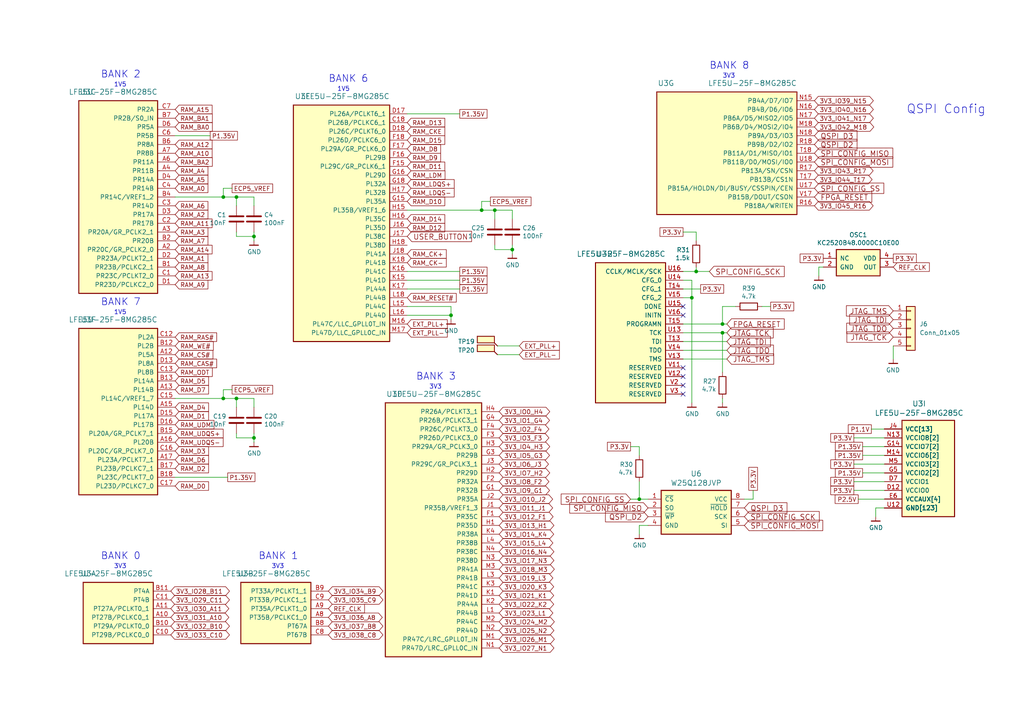
<source format=kicad_sch>
(kicad_sch (version 20230121) (generator eeschema)
  (paper "A4")
  (title_block (title "Orange Crab") (date "2020-11-01") (rev "r0.2.1") (company "Good Stuff Department") (comment 3 "Licensed under CERN OHL v.1.2") (comment 4 "Designed by: Greg Davill"))
  (junction (at 201.93 78.74))
  (junction (at 139.7 60.96))
  (junction (at 130.81 91.44))
  (junction (at 73.66 68.58))
  (junction (at 209.55 96.52))
  (junction (at 200.66 86.36))
  (junction (at 68.58 115.57))
  (junction (at 64.77 115.57))
  (junction (at 143.51 60.96))
  (junction (at 148.59 72.39))
  (junction (at 185.42 144.78))
  (junction (at 64.77 57.15))
  (junction (at 209.55 93.98))
  (junction (at 68.58 57.15))
  (junction (at 73.66 127))
  (no_connect (at 198.12 114.3))
  (no_connect (at 198.12 88.9))
  (no_connect (at 198.12 91.44))
  (no_connect (at 198.12 111.76))
  (no_connect (at 198.12 109.22))
  (no_connect (at 198.12 106.68))
  (wire (pts (xy 68.58 67.31) (xy 68.58 68.58)))
  (wire (pts (xy 210.82 104.14) (xy 198.12 104.14)))
  (wire (pts (xy 133.35 33.02) (xy 118.11 33.02)))
  (wire (pts (xy 64.77 57.15) (xy 68.58 57.15)))
  (wire (pts (xy 185.42 154.94) (xy 185.42 152.4)))
  (wire (pts (xy 148.59 71.12) (xy 148.59 72.39)))
  (wire (pts (xy 182.88 129.54) (xy 185.42 129.54)))
  (wire (pts (xy 64.77 115.57) (xy 64.77 113.03)))
  (wire (pts (xy 259.08 100.33) (xy 259.08 104.14)))
  (wire (pts (xy 200.66 86.36) (xy 200.66 116.84)))
  (wire (pts (xy 139.7 60.96) (xy 139.7 58.42)))
  (wire (pts (xy 64.77 57.15) (xy 64.77 54.61)))
  (wire (pts (xy 201.93 67.31) (xy 198.12 67.31)))
  (wire (pts (xy 133.35 83.82) (xy 118.11 83.82)))
  (wire (pts (xy 256.54 142.24) (xy 247.65 142.24)))
  (wire (pts (xy 248.92 144.78) (xy 256.54 144.78)))
  (wire (pts (xy 143.51 60.96) (xy 143.51 63.5)))
  (wire (pts (xy 68.58 127) (xy 73.66 127)))
  (wire (pts (xy 256.54 139.7) (xy 247.65 139.7)))
  (wire (pts (xy 252.73 124.46) (xy 256.54 124.46)))
  (wire (pts (xy 218.44 144.78) (xy 218.44 142.24)))
  (wire (pts (xy 118.11 60.96) (xy 139.7 60.96)))
  (wire (pts (xy 185.42 129.54) (xy 185.42 132.08)))
  (wire (pts (xy 64.77 54.61) (xy 67.31 54.61)))
  (wire (pts (xy 68.58 57.15) (xy 68.58 59.69)))
  (wire (pts (xy 237.49 80.01) (xy 237.49 77.47)))
  (wire (pts (xy 209.55 93.98) (xy 210.82 93.98)))
  (wire (pts (xy 210.82 99.06) (xy 198.12 99.06)))
  (wire (pts (xy 68.58 125.73) (xy 68.58 127)))
  (wire (pts (xy 130.81 88.9) (xy 130.81 91.44)))
  (wire (pts (xy 73.66 115.57) (xy 73.66 118.11)))
  (wire (pts (xy 203.2 83.82) (xy 198.12 83.82)))
  (wire (pts (xy 66.04 138.43) (xy 50.8 138.43)))
  (wire (pts (xy 200.66 81.28) (xy 200.66 86.36)))
  (wire (pts (xy 185.42 144.78) (xy 182.88 144.78)))
  (wire (pts (xy 198.12 78.74) (xy 201.93 78.74)))
  (wire (pts (xy 209.55 88.9) (xy 213.36 88.9)))
  (wire (pts (xy 68.58 115.57) (xy 73.66 115.57)))
  (wire (pts (xy 150.622 100.33) (xy 144.272 100.33)))
  (wire (pts (xy 64.77 113.03) (xy 67.31 113.03)))
  (wire (pts (xy 198.12 93.98) (xy 209.55 93.98)))
  (wire (pts (xy 256.54 127) (xy 247.65 127)))
  (wire (pts (xy 133.35 81.28) (xy 118.11 81.28)))
  (wire (pts (xy 73.66 67.31) (xy 73.66 68.58)))
  (wire (pts (xy 68.58 115.57) (xy 68.58 118.11)))
  (wire (pts (xy 133.35 78.74) (xy 118.11 78.74)))
  (wire (pts (xy 198.12 81.28) (xy 200.66 81.28)))
  (wire (pts (xy 256.54 132.08) (xy 250.19 132.08)))
  (wire (pts (xy 118.11 88.9) (xy 130.81 88.9)))
  (wire (pts (xy 60.96 39.37) (xy 50.8 39.37)))
  (wire (pts (xy 50.8 115.57) (xy 64.77 115.57)))
  (wire (pts (xy 150.622 102.87) (xy 144.272 102.87)))
  (wire (pts (xy 118.11 91.44) (xy 130.81 91.44)))
  (wire (pts (xy 73.66 68.58) (xy 73.66 69.85)))
  (wire (pts (xy 130.81 91.44) (xy 130.81 92.71)))
  (wire (pts (xy 187.96 144.78) (xy 185.42 144.78)))
  (wire (pts (xy 143.51 60.96) (xy 148.59 60.96)))
  (wire (pts (xy 209.55 93.98) (xy 209.55 88.9)))
  (wire (pts (xy 198.12 96.52) (xy 209.55 96.52)))
  (wire (pts (xy 209.55 96.52) (xy 210.82 96.52)))
  (wire (pts (xy 73.66 125.73) (xy 73.66 127)))
  (wire (pts (xy 237.49 77.47) (xy 238.76 77.47)))
  (wire (pts (xy 256.54 134.62) (xy 247.65 134.62)))
  (wire (pts (xy 64.77 115.57) (xy 68.58 115.57)))
  (wire (pts (xy 198.12 101.6) (xy 210.82 101.6)))
  (wire (pts (xy 73.66 127) (xy 73.66 128.27)))
  (wire (pts (xy 148.59 60.96) (xy 148.59 63.5)))
  (wire (pts (xy 256.54 129.54) (xy 250.19 129.54)))
  (wire (pts (xy 185.42 152.4) (xy 187.96 152.4)))
  (wire (pts (xy 148.59 72.39) (xy 148.59 73.66)))
  (wire (pts (xy 198.12 86.36) (xy 200.66 86.36)))
  (wire (pts (xy 220.98 88.9) (xy 223.52 88.9)))
  (wire (pts (xy 73.66 57.15) (xy 73.66 59.69)))
  (wire (pts (xy 201.93 77.47) (xy 201.93 78.74)))
  (wire (pts (xy 68.58 57.15) (xy 73.66 57.15)))
  (wire (pts (xy 209.55 115.57) (xy 209.55 116.84)))
  (wire (pts (xy 143.51 71.12) (xy 143.51 72.39)))
  (wire (pts (xy 256.54 137.16) (xy 250.19 137.16)))
  (wire (pts (xy 254 147.32) (xy 256.54 147.32)))
  (wire (pts (xy 254 149.86) (xy 254 147.32)))
  (wire (pts (xy 215.9 144.78) (xy 218.44 144.78)))
  (wire (pts (xy 209.55 96.52) (xy 209.55 107.95)))
  (wire (pts (xy 143.51 72.39) (xy 148.59 72.39)))
  (wire (pts (xy 50.8 57.15) (xy 64.77 57.15)))
  (wire (pts (xy 201.93 69.85) (xy 201.93 67.31)))
  (wire (pts (xy 68.58 68.58) (xy 73.66 68.58)))
  (wire (pts (xy 139.7 58.42) (xy 142.24 58.42)))
  (wire (pts (xy 201.93 78.74) (xy 205.74 78.74)))
  (wire (pts (xy 185.42 144.78) (xy 185.42 139.7)))
  (wire (pts (xy 139.7 60.96) (xy 143.51 60.96)))
  (text "BANK 0" (at 29.21 162.56 0) (effects (font (size 2.032 2.032)) (justify left bottom)))
  (text "3V3\n" (at 33.02 165.1 0) (effects (font (size 1.27 1.27)) (justify left bottom)))
  (text "BANK 8" (at 205.74 20.32 0) (effects (font (size 2.032 2.032)) (justify left bottom)))
  (text "1V5\n" (at 97.79 26.67 0) (effects (font (size 1.27 1.27)) (justify left bottom)))
  (text "BANK 6" (at 95.25 24.13 0) (effects (font (size 2.032 2.032)) (justify left bottom)))
  (text "BANK 1" (at 74.93 162.56 0) (effects (font (size 2.032 2.032)) (justify left bottom)))
  (text "3V3" (at 209.55 22.86 0) (effects (font (size 1.27 1.27)) (justify left bottom)))
  (text "3V3\n" (at 124.46 113.03 0) (effects (font (size 1.27 1.27)) (justify left bottom)))
  (text "1V5" (at 33.02 91.44 0) (effects (font (size 1.27 1.27)) (justify left bottom)))
  (text "3V3" (at 78.74 165.1 0) (effects (font (size 1.27 1.27)) (justify left bottom)))
  (text "QSPI Config" (at 262.89 33.274 0) (effects (font (size 2.54 2.54)) (justify left bottom)))
  (text "1V5" (at 33.02 25.4 0) (effects (font (size 1.27 1.27)) (justify left bottom)))
  (text "BANK 7" (at 29.21 88.9 0) (effects (font (size 2.032 2.032)) (justify left bottom)))
  (text "BANK 2" (at 29.21 22.86 0) (effects (font (size 2.032 2.032)) (justify left bottom)))
  (text "BANK 3" (at 120.65 110.49 0) (effects (font (size 2.032 2.032)) (justify left bottom)))
  (global_label "3V3_IO9_G1" (shape bidirectional) (at 144.78 142.24 0) (property "Intersheetrefs" "${INTERSHEET_REFS}" (effects hide)))
  (global_label "RAM_A7" (shape input) (at 50.8 69.85 0) (property "Intersheetrefs" "${INTERSHEET_REFS}" (effects hide)))
  (global_label "RAM_A11" (shape input) (at 50.8 64.77 0) (property "Intersheetrefs" "${INTERSHEET_REFS}" (effects hide)))
  (global_label "3V3_IO38_C8" (shape bidirectional) (at 95.25 184.15 0) (property "Intersheetrefs" "${INTERSHEET_REFS}" (effects hide)))
  (global_label "RAM_UDQS-" (shape input) (at 50.8 128.27 0) (property "Intersheetrefs" "${INTERSHEET_REFS}" (effects hide)))
  (global_label "P3.3V" (shape passive) (at 203.2 83.82 0) (property "Intersheetrefs" "${INTERSHEET_REFS}" (effects hide)))
  (global_label "RAM_UDQS+" (shape input) (at 50.8 125.73 0) (property "Intersheetrefs" "${INTERSHEET_REFS}" (effects hide)))
  (global_label "3V3_IO40_N16" (shape bidirectional) (at 236.22 31.75 0) (property "Intersheetrefs" "${INTERSHEET_REFS}" (effects hide)))
  (global_label "P1.35V" (shape passive) (at 250.19 129.54 180) (property "Intersheetrefs" "${INTERSHEET_REFS}" (effects hide)))
  (global_label "RAM_D14" (shape input) (at 118.11 63.5 0) (property "Intersheetrefs" "${INTERSHEET_REFS}" (effects hide)))
  (global_label "P3.3V" (shape passive) (at 182.88 129.54 180) (property "Intersheetrefs" "${INTERSHEET_REFS}" (effects hide)))
  (global_label "3V3_IO6_J3" (shape bidirectional) (at 144.78 134.62 0) (property "Intersheetrefs" "${INTERSHEET_REFS}" (effects hide)))
  (global_label "RAM_BA1" (shape input) (at 50.8 34.29 0) (property "Intersheetrefs" "${INTERSHEET_REFS}" (effects hide)))
  (global_label "RAM_A5" (shape input) (at 50.8 52.07 0) (property "Intersheetrefs" "${INTERSHEET_REFS}" (effects hide)))
  (global_label "SPI_CONFIG_SCK" (shape input) (at 205.74 78.74 0) (effects (font (size 1.524 1.524))) (property "Intersheetrefs" "${INTERSHEET_REFS}" (effects hide)))
  (global_label "P3.3V" (shape passive) (at 247.65 127 180) (property "Intersheetrefs" "${INTERSHEET_REFS}" (effects hide)))
  (global_label "RAM_ODT" (shape input) (at 50.8 107.95 0) (property "Intersheetrefs" "${INTERSHEET_REFS}" (effects hide)))
  (global_label "RAM_CK+" (shape input) (at 118.11 73.66 0) (property "Intersheetrefs" "${INTERSHEET_REFS}" (effects hide)))
  (global_label "3V3_IO32_B10" (shape bidirectional) (at 49.53 181.61 0) (property "Intersheetrefs" "${INTERSHEET_REFS}" (effects hide)))
  (global_label "RAM_LDM" (shape input) (at 118.11 50.8 0) (property "Intersheetrefs" "${INTERSHEET_REFS}" (effects hide)))
  (global_label "3V3_IO17_N3" (shape bidirectional) (at 144.78 162.56 0) (property "Intersheetrefs" "${INTERSHEET_REFS}" (effects hide)))
  (global_label "3V3_IO1_G4" (shape bidirectional) (at 144.78 121.92 0) (property "Intersheetrefs" "${INTERSHEET_REFS}" (effects hide)))
  (global_label "3V3_IO39_N15" (shape bidirectional) (at 236.22 29.21 0) (property "Intersheetrefs" "${INTERSHEET_REFS}" (effects hide)))
  (global_label "3V3_IO12_F1" (shape bidirectional) (at 144.78 149.86 0) (property "Intersheetrefs" "${INTERSHEET_REFS}" (effects hide)))
  (global_label "3V3_IO18_M3" (shape bidirectional) (at 144.78 165.1 0) (property "Intersheetrefs" "${INTERSHEET_REFS}" (effects hide)))
  (global_label "SPI_CONFIG_SCK" (shape input) (at 215.9 149.86 0) (effects (font (size 1.524 1.524))) (property "Intersheetrefs" "${INTERSHEET_REFS}" (effects hide)))
  (global_label "P3.3V" (shape passive) (at 247.65 139.7 180) (property "Intersheetrefs" "${INTERSHEET_REFS}" (effects hide)))
  (global_label "RAM_D9" (shape input) (at 118.11 45.72 0) (property "Intersheetrefs" "${INTERSHEET_REFS}" (effects hide)))
  (global_label "P3.3V" (shape passive) (at 198.12 67.31 180) (property "Intersheetrefs" "${INTERSHEET_REFS}" (effects hide)))
  (global_label "P1.1V" (shape passive) (at 252.73 124.46 180) (property "Intersheetrefs" "${INTERSHEET_REFS}" (effects hide)))
  (global_label "3V3_IO36_A8" (shape bidirectional) (at 95.25 179.07 0) (property "Intersheetrefs" "${INTERSHEET_REFS}" (effects hide)))
  (global_label "3V3_IO28_B11" (shape bidirectional) (at 49.53 171.45 0) (property "Intersheetrefs" "${INTERSHEET_REFS}" (effects hide)))
  (global_label "SPI_CONFIG_SS" (shape input) (at 182.88 144.78 180) (effects (font (size 1.524 1.524))) (property "Intersheetrefs" "${INTERSHEET_REFS}" (effects hide)))
  (global_label "RAM_LDQS+" (shape input) (at 118.11 53.34 0) (property "Intersheetrefs" "${INTERSHEET_REFS}" (effects hide)))
  (global_label "P3.3V" (shape passive) (at 247.65 142.24 180) (property "Intersheetrefs" "${INTERSHEET_REFS}" (effects hide)))
  (global_label "P1.35V" (shape passive) (at 250.19 137.16 180) (property "Intersheetrefs" "${INTERSHEET_REFS}" (effects hide)))
  (global_label "RAM_A15" (shape input) (at 50.8 31.75 0) (property "Intersheetrefs" "${INTERSHEET_REFS}" (effects hide)))
  (global_label "P3.3V" (shape passive) (at 238.76 74.93 180) (property "Intersheetrefs" "${INTERSHEET_REFS}" (effects hide)))
  (global_label "FPGA_RESET" (shape input) (at 210.82 93.98 0) (effects (font (size 1.524 1.524))) (property "Intersheetrefs" "${INTERSHEET_REFS}" (effects hide)))
  (global_label "RAM_D5" (shape input) (at 50.8 110.49 0) (property "Intersheetrefs" "${INTERSHEET_REFS}" (effects hide)))
  (global_label "3V3_IO11_J1" (shape bidirectional) (at 144.78 147.32 0) (property "Intersheetrefs" "${INTERSHEET_REFS}" (effects hide)))
  (global_label "3V3_IO23_L1" (shape bidirectional) (at 144.78 177.8 0) (property "Intersheetrefs" "${INTERSHEET_REFS}" (effects hide)))
  (global_label "SPI_CONFIG_MISO" (shape input) (at 187.96 147.32 180) (effects (font (size 1.524 1.524))) (property "Intersheetrefs" "${INTERSHEET_REFS}" (effects hide)))
  (global_label "USER_BUTTON" (shape input) (at 118.11 68.58 0) (effects (font (size 1.524 1.524))) (property "Intersheetrefs" "${INTERSHEET_REFS}" (effects hide)))
  (global_label "P1.35V" (shape passive) (at 133.35 83.82 0) (property "Intersheetrefs" "${INTERSHEET_REFS}" (effects hide)))
  (global_label "3V3_IO16_N4" (shape bidirectional) (at 144.78 160.02 0) (property "Intersheetrefs" "${INTERSHEET_REFS}" (effects hide)))
  (global_label "3V3_IO30_A11" (shape bidirectional) (at 49.53 176.53 0) (property "Intersheetrefs" "${INTERSHEET_REFS}" (effects hide)))
  (global_label "QSPI_D3" (shape input) (at 236.22 39.37 0) (effects (font (size 1.524 1.524))) (property "Intersheetrefs" "${INTERSHEET_REFS}" (effects hide)))
  (global_label "RAM_D10" (shape input) (at 118.11 58.42 0) (property "Intersheetrefs" "${INTERSHEET_REFS}" (effects hide)))
  (global_label "RAM_D6" (shape input) (at 50.8 133.35 0) (property "Intersheetrefs" "${INTERSHEET_REFS}" (effects hide)))
  (global_label "RAM_CS#" (shape input) (at 50.8 102.87 0) (property "Intersheetrefs" "${INTERSHEET_REFS}" (effects hide)))
  (global_label "RAM_D0" (shape input) (at 50.8 140.97 0) (property "Intersheetrefs" "${INTERSHEET_REFS}" (effects hide)))
  (global_label "RAM_UDM" (shape input) (at 50.8 123.19 0) (property "Intersheetrefs" "${INTERSHEET_REFS}" (effects hide)))
  (global_label "RAM_D8" (shape input) (at 118.11 43.18 0) (property "Intersheetrefs" "${INTERSHEET_REFS}" (effects hide)))
  (global_label "RAM_D4" (shape input) (at 50.8 118.11 0) (property "Intersheetrefs" "${INTERSHEET_REFS}" (effects hide)))
  (global_label "RAM_BA2" (shape input) (at 50.8 46.99 0) (property "Intersheetrefs" "${INTERSHEET_REFS}" (effects hide)))
  (global_label "3V3_IO0_H4" (shape bidirectional) (at 144.78 119.38 0) (property "Intersheetrefs" "${INTERSHEET_REFS}" (effects hide)))
  (global_label "3V3_IO20_K3" (shape bidirectional) (at 144.78 170.18 0) (property "Intersheetrefs" "${INTERSHEET_REFS}" (effects hide)))
  (global_label "3V3_IO5_G3" (shape bidirectional) (at 144.78 132.08 0) (property "Intersheetrefs" "${INTERSHEET_REFS}" (effects hide)))
  (global_label "P2.5V" (shape passive) (at 248.92 144.78 180) (property "Intersheetrefs" "${INTERSHEET_REFS}" (effects hide)))
  (global_label "RAM_BA0" (shape input) (at 50.8 36.83 0) (property "Intersheetrefs" "${INTERSHEET_REFS}" (effects hide)))
  (global_label "SPI_CONFIG_MOSI" (shape input) (at 215.9 152.4 0) (effects (font (size 1.524 1.524))) (property "Intersheetrefs" "${INTERSHEET_REFS}" (effects hide)))
  (global_label "FPGA_RESET" (shape input) (at 236.22 57.15 0) (effects (font (size 1.524 1.524))) (property "Intersheetrefs" "${INTERSHEET_REFS}" (effects hide)))
  (global_label "3V3_IO10_J2" (shape bidirectional) (at 144.78 144.78 0) (property "Intersheetrefs" "${INTERSHEET_REFS}" (effects hide)))
  (global_label "QSPI_D3" (shape input) (at 215.9 147.32 0) (effects (font (size 1.524 1.524))) (property "Intersheetrefs" "${INTERSHEET_REFS}" (effects hide)))
  (global_label "JTAG_TMS" (shape input) (at 210.82 104.14 0) (effects (font (size 1.524 1.524))) (property "Intersheetrefs" "${INTERSHEET_REFS}" (effects hide)))
  (global_label "RAM_CK-" (shape input) (at 118.11 76.2 0) (property "Intersheetrefs" "${INTERSHEET_REFS}" (effects hide)))
  (global_label "JTAG_TMS" (shape input) (at 259.08 90.17 180) (effects (font (size 1.524 1.524))) (property "Intersheetrefs" "${INTERSHEET_REFS}" (effects hide)))
  (global_label "ECP5_VREF" (shape passive) (at 67.31 113.03 0) (property "Intersheetrefs" "${INTERSHEET_REFS}" (effects hide)))
  (global_label "3V3_IO35_C9" (shape bidirectional) (at 95.25 173.99 0) (property "Intersheetrefs" "${INTERSHEET_REFS}" (effects hide)))
  (global_label "P3.3V" (shape passive) (at 218.44 142.24 90) (property "Intersheetrefs" "${INTERSHEET_REFS}" (effects hide)))
  (global_label "SPI_CONFIG_SS" (shape input) (at 236.22 54.61 0) (effects (font (size 1.524 1.524))) (property "Intersheetrefs" "${INTERSHEET_REFS}" (effects hide)))
  (global_label "RAM_CAS#" (shape input) (at 50.8 105.41 0) (property "Intersheetrefs" "${INTERSHEET_REFS}" (effects hide)))
  (global_label "3V3_IO44_T17" (shape bidirectional) (at 236.22 52.07 0) (property "Intersheetrefs" "${INTERSHEET_REFS}" (effects hide)))
  (global_label "3V3_IO24_M2" (shape bidirectional) (at 144.78 180.34 0) (property "Intersheetrefs" "${INTERSHEET_REFS}" (effects hide)))
  (global_label "3V3_IO22_K2" (shape bidirectional) (at 144.78 175.26 0) (property "Intersheetrefs" "${INTERSHEET_REFS}" (effects hide)))
  (global_label "3V3_IO15_L4" (shape bidirectional) (at 144.78 157.48 0) (property "Intersheetrefs" "${INTERSHEET_REFS}" (effects hide)))
  (global_label "RAM_A8" (shape input) (at 50.8 77.47 0) (property "Intersheetrefs" "${INTERSHEET_REFS}" (effects hide)))
  (global_label "RAM_A9" (shape input) (at 50.8 82.55 0) (property "Intersheetrefs" "${INTERSHEET_REFS}" (effects hide)))
  (global_label "EXT_PLL-" (shape input) (at 150.622 102.87 0) (property "Intersheetrefs" "${INTERSHEET_REFS}" (effects hide)))
  (global_label "RAM_D15" (shape input) (at 118.11 40.64 0) (property "Intersheetrefs" "${INTERSHEET_REFS}" (effects hide)))
  (global_label "RAM_D13" (shape input) (at 118.11 35.56 0) (property "Intersheetrefs" "${INTERSHEET_REFS}" (effects hide)))
  (global_label "JTAG_TDO" (shape input) (at 210.82 101.6 0) (effects (font (size 1.524 1.524))) (property "Intersheetrefs" "${INTERSHEET_REFS}" (effects hide)))
  (global_label "RAM_A10" (shape input) (at 50.8 44.45 0) (property "Intersheetrefs" "${INTERSHEET_REFS}" (effects hide)))
  (global_label "JTAG_TDI" (shape input) (at 210.82 99.06 0) (effects (font (size 1.524 1.524))) (property "Intersheetrefs" "${INTERSHEET_REFS}" (effects hide)))
  (global_label "RAM_D12" (shape input) (at 118.11 66.04 0) (property "Intersheetrefs" "${INTERSHEET_REFS}" (effects hide)))
  (global_label "3V3_IO2_F4" (shape bidirectional) (at 144.78 124.46 0) (property "Intersheetrefs" "${INTERSHEET_REFS}" (effects hide)))
  (global_label "ECP5_VREF" (shape passive) (at 142.24 58.42 0) (property "Intersheetrefs" "${INTERSHEET_REFS}" (effects hide)))
  (global_label "P1.35V" (shape passive) (at 133.35 81.28 0) (property "Intersheetrefs" "${INTERSHEET_REFS}" (effects hide)))
  (global_label "EXT_PLL-" (shape input) (at 118.11 96.52 0) (property "Intersheetrefs" "${INTERSHEET_REFS}" (effects hide)))
  (global_label "RAM_A6" (shape input) (at 50.8 59.69 0) (property "Intersheetrefs" "${INTERSHEET_REFS}" (effects hide)))
  (global_label "3V3_IO25_N2" (shape bidirectional) (at 144.78 182.88 0) (property "Intersheetrefs" "${INTERSHEET_REFS}" (effects hide)))
  (global_label "3V3_IO26_M1" (shape bidirectional) (at 144.78 185.42 0) (property "Intersheetrefs" "${INTERSHEET_REFS}" (effects hide)))
  (global_label "P1.35V" (shape passive) (at 133.35 33.02 0) (property "Intersheetrefs" "${INTERSHEET_REFS}" (effects hide)))
  (global_label "QSPI_D2" (shape input) (at 187.96 149.86 180) (effects (font (size 1.524 1.524))) (property "Intersheetrefs" "${INTERSHEET_REFS}" (effects hide)))
  (global_label "RAM_D1" (shape input) (at 50.8 120.65 0) (property "Intersheetrefs" "${INTERSHEET_REFS}" (effects hide)))
  (global_label "RAM_A13" (shape input) (at 50.8 80.01 0) (property "Intersheetrefs" "${INTERSHEET_REFS}" (effects hide)))
  (global_label "P1.35V" (shape passive) (at 66.04 138.43 0) (property "Intersheetrefs" "${INTERSHEET_REFS}" (effects hide)))
  (global_label "RAM_A3" (shape input) (at 50.8 67.31 0) (property "Intersheetrefs" "${INTERSHEET_REFS}" (effects hide)))
  (global_label "RAM_D7" (shape input) (at 50.8 113.03 0) (property "Intersheetrefs" "${INTERSHEET_REFS}" (effects hide)))
  (global_label "RAM_A1" (shape input) (at 50.8 74.93 0) (property "Intersheetrefs" "${INTERSHEET_REFS}" (effects hide)))
  (global_label "RAM_D11" (shape input) (at 118.11 48.26 0) (property "Intersheetrefs" "${INTERSHEET_REFS}" (effects hide)))
  (global_label "QSPI_D2" (shape input) (at 236.22 41.91 0) (effects (font (size 1.524 1.524))) (property "Intersheetrefs" "${INTERSHEET_REFS}" (effects hide)))
  (global_label "3V3_IO7_H2" (shape bidirectional) (at 144.78 137.16 0) (property "Intersheetrefs" "${INTERSHEET_REFS}" (effects hide)))
  (global_label "P3.3V" (shape passive) (at 259.08 74.93 0) (property "Intersheetrefs" "${INTERSHEET_REFS}" (effects hide)))
  (global_label "3V3_IO45_R16" (shape bidirectional) (at 236.22 59.69 0) (property "Intersheetrefs" "${INTERSHEET_REFS}" (effects hide)))
  (global_label "3V3_IO27_N1" (shape bidirectional) (at 144.78 187.96 0) (property "Intersheetrefs" "${INTERSHEET_REFS}" (effects hide)))
  (global_label "P3.3V" (shape passive) (at 247.65 134.62 180) (property "Intersheetrefs" "${INTERSHEET_REFS}" (effects hide)))
  (global_label "JTAG_TDI" (shape input) (at 259.08 92.71 180) (effects (font (size 1.524 1.524))) (property "Intersheetrefs" "${INTERSHEET_REFS}" (effects hide)))
  (global_label "3V3_IO4_H3" (shape bidirectional) (at 144.78 129.54 0) (property "Intersheetrefs" "${INTERSHEET_REFS}" (effects hide)))
  (global_label "RAM_D2" (shape input) (at 50.8 135.89 0) (property "Intersheetrefs" "${INTERSHEET_REFS}" (effects hide)))
  (global_label "EXT_PLL+" (shape input) (at 150.622 100.33 0) (property "Intersheetrefs" "${INTERSHEET_REFS}" (effects hide)))
  (global_label "3V3_IO42_M18" (shape bidirectional) (at 236.22 36.83 0) (property "Intersheetrefs" "${INTERSHEET_REFS}" (effects hide)))
  (global_label "RAM_A0" (shape input) (at 50.8 54.61 0) (property "Intersheetrefs" "${INTERSHEET_REFS}" (effects hide)))
  (global_label "JTAG_TDO" (shape input) (at 259.08 95.25 180) (effects (font (size 1.524 1.524))) (property "Intersheetrefs" "${INTERSHEET_REFS}" (effects hide)))
  (global_label "3V3_IO37_B8" (shape bidirectional) (at 95.25 181.61 0) (property "Intersheetrefs" "${INTERSHEET_REFS}" (effects hide)))
  (global_label "RAM_A4" (shape input) (at 50.8 49.53 0) (property "Intersheetrefs" "${INTERSHEET_REFS}" (effects hide)))
  (global_label "3V3_IO8_F2" (shape bidirectional) (at 144.78 139.7 0) (property "Intersheetrefs" "${INTERSHEET_REFS}" (effects hide)))
  (global_label "3V3_IO34_B9" (shape bidirectional) (at 95.25 171.45 0) (property "Intersheetrefs" "${INTERSHEET_REFS}" (effects hide)))
  (global_label "JTAG_TCK" (shape input) (at 259.08 97.79 180) (effects (font (size 1.524 1.524))) (property "Intersheetrefs" "${INTERSHEET_REFS}" (effects hide)))
  (global_label "RAM_RAS#" (shape input) (at 50.8 97.79 0) (property "Intersheetrefs" "${INTERSHEET_REFS}" (effects hide)))
  (global_label "P1.35V" (shape passive) (at 133.35 78.74 0) (property "Intersheetrefs" "${INTERSHEET_REFS}" (effects hide)))
  (global_label "EXT_PLL+" (shape input) (at 118.11 93.98 0) (property "Intersheetrefs" "${INTERSHEET_REFS}" (effects hide)))
  (global_label "3V3_IO21_K1" (shape bidirectional) (at 144.78 172.72 0) (property "Intersheetrefs" "${INTERSHEET_REFS}" (effects hide)))
  (global_label "3V3_IO33_C10" (shape bidirectional) (at 49.53 184.15 0) (property "Intersheetrefs" "${INTERSHEET_REFS}" (effects hide)))
  (global_label "3V3_IO19_L3" (shape bidirectional) (at 144.78 167.64 0) (property "Intersheetrefs" "${INTERSHEET_REFS}" (effects hide)))
  (global_label "ECP5_VREF" (shape passive) (at 67.31 54.61 0) (property "Intersheetrefs" "${INTERSHEET_REFS}" (effects hide)))
  (global_label "RAM_WE#" (shape input) (at 50.8 100.33 0) (property "Intersheetrefs" "${INTERSHEET_REFS}" (effects hide)))
  (global_label "JTAG_TCK" (shape input) (at 210.82 96.52 0) (effects (font (size 1.524 1.524))) (property "Intersheetrefs" "${INTERSHEET_REFS}" (effects hide)))
  (global_label "P3.3V" (shape passive) (at 223.52 88.9 0) (property "Intersheetrefs" "${INTERSHEET_REFS}" (effects hide)))
  (global_label "3V3_IO43_R17" (shape bidirectional) (at 236.22 49.53 0) (property "Intersheetrefs" "${INTERSHEET_REFS}" (effects hide)))
  (global_label "SPI_CONFIG_MOSI" (shape input) (at 236.22 46.99 0) (effects (font (size 1.524 1.524))) (property "Intersheetrefs" "${INTERSHEET_REFS}" (effects hide)))
  (global_label "RAM_A2" (shape input) (at 50.8 62.23 0) (property "Intersheetrefs" "${INTERSHEET_REFS}" (effects hide)))
  (global_label "REF_CLK" (shape input) (at 259.08 77.47 0) (property "Intersheetrefs" "${INTERSHEET_REFS}" (effects hide)))
  (global_label "3V3_IO3_F3" (shape bidirectional) (at 144.78 127 0) (property "Intersheetrefs" "${INTERSHEET_REFS}" (effects hide)))
  (global_label "3V3_IO29_C11" (shape bidirectional) (at 49.53 173.99 0) (property "Intersheetrefs" "${INTERSHEET_REFS}" (effects hide)))
  (global_label "3V3_IO13_H1" (shape bidirectional) (at 144.78 152.4 0) (property "Intersheetrefs" "${INTERSHEET_REFS}" (effects hide)))
  (global_label "3V3_IO31_A10" (shape bidirectional) (at 49.53 179.07 0) (property "Intersheetrefs" "${INTERSHEET_REFS}" (effects hide)))
  (global_label "SPI_CONFIG_MISO" (shape input) (at 236.22 44.45 0) (effects (font (size 1.524 1.524))) (property "Intersheetrefs" "${INTERSHEET_REFS}" (effects hide)))
  (global_label "REF_CLK" (shape input) (at 95.25 176.53 0) (property "Intersheetrefs" "${INTERSHEET_REFS}" (effects hide)))
  (global_label "RAM_LDQS-" (shape input) (at 118.11 55.88 0) (property "Intersheetrefs" "${INTERSHEET_REFS}" (effects hide)))
  (global_label "RAM_A12" (shape input) (at 50.8 41.91 0) (property "Intersheetrefs" "${INTERSHEET_REFS}" (effects hide)))
  (global_label "3V3_IO14_K4" (shape bidirectional) (at 144.78 154.94 0) (property "Intersheetrefs" "${INTERSHEET_REFS}" (effects hide)))
  (global_label "RAM_D3" (shape input) (at 50.8 130.81 0) (property "Intersheetrefs" "${INTERSHEET_REFS}" (effects hide)))
  (global_label "RAM_A14" (shape input) (at 50.8 72.39 0) (property "Intersheetrefs" "${INTERSHEET_REFS}" (effects hide)))
  (global_label "P1.35V" (shape passive) (at 60.96 39.37 0) (property "Intersheetrefs" "${INTERSHEET_REFS}" (effects hide)))
  (global_label "3V3_IO41_N17" (shape bidirectional) (at 236.22 34.29 0) (property "Intersheetrefs" "${INTERSHEET_REFS}" (effects hide)))
  (global_label "P1.35V" (shape passive) (at 250.19 132.08 180) (property "Intersheetrefs" "${INTERSHEET_REFS}" (effects hide)))
  (global_label "RAM_RESET#" (shape input) (at 118.11 86.36 0) (property "Intersheetrefs" "${INTERSHEET_REFS}" (effects hide)))
  (global_label "RAM_CKE" (shape input) (at 118.11 38.1 0) (property "Intersheetrefs" "${INTERSHEET_REFS}" (effects hide)))
  (symbol (lib_id "gkl_lattice:ECP5U25-MG285") (at 49.53 171.45 0) (mirror y) (unit 1)
    (property "Reference" "U3" (at 27.94 166.37 0) (effects (font (size 1.524 1.524)) (justify left)))
    (property "Value" "LFE5U-25F-8MG285C" (at 44.45 166.37 0) (effects (font (size 1.524 1.524)) (justify left)))
    (property "Footprint" "gkl_housings_bga:csBGA285" (effects hide))
    (property "PN" "LFE5U-25F-8MG285C" (effects hide))
    (property "Mfg" "Lattice Semiconductor Corporation" (effects hide))
    (property "Mfg_1" "Lattice Semiconductor Corporation" (effects hide))
    (property "PN_1" "LFE5U-25F-8MG285I" (effects hide))
    (property "mfg_product-variant:85F/4G" "Lattice Semiconductor Corporation" (effects hide))
    (property "pn_product-variant: 85F/4G" "LFE5U-85F-8MG285" (effects hide))
  )
  (symbol (lib_id "gkl_lattice:ECP5U25-MG285") (at 95.25 171.45 0) (mirror y) (unit 2)
    (property "Reference" "U3" (at 73.66 166.37 0) (effects (font (size 1.524 1.524)) (justify left)))
    (property "Value" "LFE5U-25F-8MG285C" (at 90.17 166.37 0) (effects (font (size 1.524 1.524)) (justify left)))
    (property "Footprint" "gkl_housings_bga:csBGA285" (effects hide))
    (property "PN" "LFE5U-25F-8MG285C" (effects hide))
    (property "Mfg" "Lattice Semiconductor Corporation" (effects hide))
    (property "Mfg_1" "Lattice Semiconductor Corporation" (effects hide))
    (property "PN_1" "LFE5U-25F-8MG285I" (effects hide))
    (property "mfg_product-variant:85F/4G" "Lattice Semiconductor Corporation" (effects hide))
    (property "pn_product-variant: 85F/4G" "LFE5U-85F-8MG285" (effects hide))
  )
  (symbol (lib_id "gkl_lattice:ECP5U25-MG285") (at 50.8 31.75 0) (mirror y) (unit 3)
    (property "Reference" "U3" (at 27.94 26.67 0) (effects (font (size 1.524 1.524)) (justify left)))
    (property "Value" "LFE5U-25F-8MG285C" (at 45.72 26.67 0) (effects (font (size 1.524 1.524)) (justify left)))
    (property "Footprint" "gkl_housings_bga:csBGA285" (effects hide))
    (property "PN" "LFE5U-25F-8MG285C" (effects hide))
    (property "Mfg" "Lattice Semiconductor Corporation" (effects hide))
    (property "Mfg_1" "Lattice Semiconductor Corporation" (effects hide))
    (property "PN_1" "LFE5U-25F-8MG285I" (effects hide))
    (property "mfg_product-variant:85F/4G" "Lattice Semiconductor Corporation" (effects hide))
    (property "pn_product-variant: 85F/4G" "LFE5U-85F-8MG285" (effects hide))
  )
  (symbol (lib_id "gkl_lattice:ECP5U25-MG285") (at 144.78 119.38 0) (mirror y) (unit 4)
    (property "Reference" "U3" (at 116.84 114.3 0) (effects (font (size 1.524 1.524)) (justify left)))
    (property "Value" "LFE5U-25F-8MG285C" (at 139.7 114.3 0) (effects (font (size 1.524 1.524)) (justify left)))
    (property "Footprint" "gkl_housings_bga:csBGA285" (effects hide))
    (property "PN" "LFE5U-25F-8MG285C" (effects hide))
    (property "Mfg" "Lattice Semiconductor Corporation" (effects hide))
    (property "Mfg_1" "Lattice Semiconductor Corporation" (effects hide))
    (property "PN_1" "LFE5U-25F-8MG285I" (effects hide))
    (property "mfg_product-variant:85F/4G" "Lattice Semiconductor Corporation" (effects hide))
    (property "pn_product-variant: 85F/4G" "LFE5U-85F-8MG285" (effects hide))
  )
  (symbol (lib_id "gkl_lattice:ECP5U25-MG285") (at 118.11 33.02 0) (mirror y) (unit 5)
    (property "Reference" "U3" (at 90.17 27.94 0) (effects (font (size 1.524 1.524)) (justify left)))
    (property "Value" "LFE5U-25F-8MG285C" (at 113.03 27.94 0) (effects (font (size 1.524 1.524)) (justify left)))
    (property "Footprint" "gkl_housings_bga:csBGA285" (effects hide))
    (property "PN" "LFE5U-25F-8MG285C" (effects hide))
    (property "Mfg" "Lattice Semiconductor Corporation" (effects hide))
    (property "Mfg_1" "Lattice Semiconductor Corporation" (effects hide))
    (property "PN_1" "LFE5U-25F-8MG285I" (effects hide))
    (property "mfg_product-variant:85F/4G" "Lattice Semiconductor Corporation" (effects hide))
    (property "pn_product-variant: 85F/4G" "LFE5U-85F-8MG285" (effects hide))
  )
  (symbol (lib_id "gkl_lattice:ECP5U25-MG285") (at 50.8 97.79 0) (mirror y) (unit 6)
    (property "Reference" "U3" (at 27.94 92.71 0) (effects (font (size 1.524 1.524)) (justify left)))
    (property "Value" "LFE5U-25F-8MG285C" (at 45.72 92.71 0) (effects (font (size 1.524 1.524)) (justify left)))
    (property "Footprint" "gkl_housings_bga:csBGA285" (effects hide))
    (property "PN" "LFE5U-25F-8MG285C" (effects hide))
    (property "Mfg" "Lattice Semiconductor Corporation" (effects hide))
    (property "Mfg_1" "Lattice Semiconductor Corporation" (effects hide))
    (property "PN_1" "LFE5U-25F-8MG285I" (effects hide))
    (property "mfg_product-variant:85F/4G" "Lattice Semiconductor Corporation" (effects hide))
    (property "pn_product-variant: 85F/4G" "LFE5U-85F-8MG285" (effects hide))
  )
  (symbol (lib_id "gkl_lattice:ECP5U25-MG285") (at 236.22 29.21 0) (mirror y) (unit 7)
    (property "Reference" "U3" (at 195.58 24.13 0) (effects (font (size 1.524 1.524)) (justify left)))
    (property "Value" "LFE5U-25F-8MG285C" (at 231.14 24.13 0) (effects (font (size 1.524 1.524)) (justify left)))
    (property "Footprint" "gkl_housings_bga:csBGA285" (effects hide))
    (property "PN" "LFE5U-25F-8MG285C" (effects hide))
    (property "Mfg" "Lattice Semiconductor Corporation" (effects hide))
    (property "Mfg_1" "Lattice Semiconductor Corporation" (effects hide))
    (property "PN_1" "LFE5U-25F-8MG285I" (effects hide))
    (property "mfg_product-variant:85F/4G" "Lattice Semiconductor Corporation" (effects hide))
    (property "pn_product-variant: 85F/4G" "LFE5U-85F-8MG285" (effects hide))
  )
  (symbol (lib_id "gkl_lattice:ECP5U25-MG285") (at 198.12 78.74 0) (mirror y) (unit 8)
    (property "Reference" "U3" (at 177.8 73.66 0) (effects (font (size 1.524 1.524)) (justify left)))
    (property "Value" "LFE5U-25F-8MG285C" (at 193.04 73.66 0) (effects (font (size 1.524 1.524)) (justify left)))
    (property "Footprint" "gkl_housings_bga:csBGA285" (effects hide))
    (property "PN" "LFE5U-25F-8MG285C" (effects hide))
    (property "Mfg" "Lattice Semiconductor Corporation" (effects hide))
    (property "Mfg_1" "Lattice Semiconductor Corporation" (effects hide))
    (property "PN_1" "LFE5U-25F-8MG285I" (effects hide))
    (property "mfg_product-variant:85F/4G" "Lattice Semiconductor Corporation" (effects hide))
    (property "pn_product-variant: 85F/4G" "LFE5U-85F-8MG285" (effects hide))
  )
  (symbol (lib_id "gkl_lattice:ECP5U25-MG285") (at 256.54 147.32 0) (mirror x) (unit 9)
    (property "Reference" "U3" (at 266.573 117.094 0) (effects (font (size 1.524 1.524))))
    (property "Value" "LFE5U-25F-8MG285C" (at 266.573 119.7864 0) (effects (font (size 1.524 1.524))))
    (property "Footprint" "gkl_housings_bga:csBGA285" (effects hide))
    (property "PN" "LFE5U-25F-8MG285C" (effects hide))
    (property "Mfg" "Lattice Semiconductor Corporation" (effects hide))
    (property "Mfg_1" "Lattice Semiconductor Corporation" (effects hide))
    (property "PN_1" "LFE5U-25F-8MG285I" (effects hide))
    (property "mfg_product-variant:85F/4G" "Lattice Semiconductor Corporation" (effects hide))
    (property "pn_product-variant: 85F/4G" "LFE5U-85F-8MG285" (effects hide))
  )
  (symbol (lib_id "gkl_power:GND") (at 254 149.86 0) (unit 1)
    (property "Reference" "#PWR0101" (effects hide))
    (property "Value" "GND" (at 254.0762 153.0604 0))
  )
  (symbol (lib_id "gkl_power:GND") (at 200.66 116.84 0) (unit 1)
    (property "Reference" "#PWR0104" (effects hide))
    (property "Value" "GND" (at 200.7362 120.0404 0))
  )
  (symbol (lib_id "gkl_power:GND") (at 259.08 104.14 0) (mirror y) (unit 1)
    (property "Reference" "#PWR0107" (effects hide))
    (property "Value" "GND" (at 259.0038 107.3404 0))
  )
  (symbol (lib_id "Device:R") (at 209.55 111.76 0) (mirror x) (unit 1)
    (property "Reference" "R27" (at 207.772 110.5916 0) (effects (justify right)))
    (property "Value" "4.7k" (at 207.772 112.903 0) (effects (justify right)))
    (property "Footprint" "gkl_dipol:R_0201_0603Metric" (effects hide))
    (property "Mfg" "‎Yageo‎" (effects hide))
    (property "PN" "RC0201FR-074K7L" (effects hide))
    (property "Mfg_1" "UNI-ROYAL(Uniroyal Elec)" (effects hide))
    (property "PN_1" "0201WMF4701TCE" (effects hide))
  )
  (symbol (lib_id "gkl_power:GND") (at 209.55 116.84 0) (unit 1)
    (property "Reference" "#PWR0170" (effects hide))
    (property "Value" "GND" (at 209.6262 120.0404 0))
  )
  (symbol (lib_id "gkl_mem:AT25SF081") (at 201.93 148.59 0) (unit 1)
    (property "Reference" "U6" (at 201.93 137.3886 0) (effects (font (size 1.524 1.524))))
    (property "Value" "W25Q128JVP" (at 201.93 140.081 0) (effects (font (size 1.524 1.524))))
    (property "Footprint" "Package_SON:WSON-8-1EP_6x5mm_P1.27mm_EP3.4x4mm" (effects hide))
    (property "PN" "W25Q128JVPIQ" (effects hide))
    (property "Mfg" "Winbond Electronics" (effects hide))
    (instances (project "OrangeCrab" (path "" (reference "U6") (unit 1)) (path "" (reference "U?") (unit 1))))
  )
  (symbol (lib_id "gkl_power:GND") (at 185.42 154.94 0) (unit 1)
    (property "Reference" "#PWR0171" (effects hide))
    (property "Value" "GND" (at 185.4962 158.1404 0))
    (instances (project "OrangeCrab" (path "" (reference "#PWR0171") (unit 1)) (path "" (reference "#PWR?") (unit 1))))
  )
  (symbol (lib_id "Device:C") (at 68.58 121.92 0) (unit 1)
    (property "Reference" "C19" (at 65.659 120.7516 0) (effects (justify right)))
    (property "Value" "10nF" (at 65.659 123.063 0) (effects (justify right)))
    (property "Footprint" "gkl_dipol:C_0201_0603Metric" (effects hide))
    (property "Mfg" "Samsung Electro-Mechanics" (effects hide))
    (property "PN" "CL03B103KP3NNNC" (effects hide))
    (property "Mfg_1" "YAGEO" (effects hide))
    (property "PN_1" "CC0201KRX5R7BB103" (effects hide))
  )
  (symbol (lib_id "Device:C") (at 73.66 121.92 0) (unit 1)
    (property "Reference" "C20" (at 76.581 120.7516 0) (effects (justify left)))
    (property "Value" "100nF" (at 76.581 123.063 0) (effects (justify left)))
    (property "Footprint" "gkl_dipol:C_0201_0603Metric" (effects hide))
    (property "Mfg" "Samsung Electro-Mechanics" (effects hide))
    (property "PN" "CL03A104KQ3NNNC" (effects hide))
    (property "Mfg_1" "YAGEO" (effects hide))
    (property "PN_1" "CC0201KRX5R7BB104" (effects hide))
  )
  (symbol (lib_id "gkl_power:GND") (at 73.66 128.27 0) (unit 1)
    (property "Reference" "#PWR0120" (effects hide))
    (property "Value" "GND" (at 73.7362 131.4704 0))
  )
  (symbol (lib_id "Device:C") (at 68.58 63.5 0) (unit 1)
    (property "Reference" "C1" (at 65.659 62.3316 0) (effects (justify right)))
    (property "Value" "10nF" (at 65.659 64.643 0) (effects (justify right)))
    (property "Footprint" "gkl_dipol:C_0201_0603Metric" (effects hide))
    (property "Mfg" "Samsung Electro-Mechanics" (effects hide))
    (property "PN" "CL03B103KP3NNNC" (effects hide))
    (property "Mfg_1" "YAGEO" (effects hide))
    (property "PN_1" "CC0201KRX5R7BB103" (effects hide))
  )
  (symbol (lib_id "Device:C") (at 73.66 63.5 0) (unit 1)
    (property "Reference" "C4" (at 76.581 62.3316 0) (effects (justify left)))
    (property "Value" "100nF" (at 76.581 64.643 0) (effects (justify left)))
    (property "Footprint" "gkl_dipol:C_0201_0603Metric" (effects hide))
    (property "Mfg" "Samsung Electro-Mechanics" (effects hide))
    (property "PN" "CL03A104KQ3NNNC" (effects hide))
    (property "Mfg_1" "YAGEO" (effects hide))
    (property "PN_1" "CC0201KRX5R7BB104" (effects hide))
  )
  (symbol (lib_id "gkl_power:GND") (at 73.66 69.85 0) (unit 1)
    (property "Reference" "#PWR0125" (effects hide))
    (property "Value" "GND" (at 73.7362 73.0504 0))
  )
  (symbol (lib_id "gkl_time:TYETBCSANF-32.000000") (at 248.92 76.2 0) (unit 1)
    (property "Reference" "OSC1" (at 248.92 68.1228 0))
    (property "Value" "KC2520B48.0000C10E00" (at 248.92 70.4342 0))
    (property "Footprint" "gkl_time:Oscilator_2.5x2.0" (effects hide))
    (property "PN" "ECS-2520MV-480-BN-TR" (effects hide))
    (property "Mfg" "ECS Inc." (effects hide))
    (property "Mfg_1" "Yangxing Tech" (effects hide))
    (property "PN_1" "OT252048MJBA4SL" (effects hide))
  )
  (symbol (lib_id "gkl_power:GND") (at 237.49 80.01 0) (unit 1)
    (property "Reference" "#PWR0162" (effects hide))
    (property "Value" "GND" (at 237.5662 83.2104 0))
  )
  (symbol (lib_id "Device:C") (at 143.51 67.31 0) (unit 1)
    (property "Reference" "C25" (at 140.589 66.1416 0) (effects (justify right)))
    (property "Value" "10nF" (at 140.589 68.453 0) (effects (justify right)))
    (property "Footprint" "gkl_dipol:C_0201_0603Metric" (effects hide))
    (property "Mfg" "Samsung Electro-Mechanics" (effects hide))
    (property "PN" "CL03B103KP3NNNC" (effects hide))
    (property "Mfg_1" "YAGEO" (effects hide))
    (property "PN_1" "CC0201KRX5R7BB103" (effects hide))
  )
  (symbol (lib_id "Device:C") (at 148.59 67.31 0) (unit 1)
    (property "Reference" "C26" (at 151.511 66.1416 0) (effects (justify left)))
    (property "Value" "100nF" (at 151.511 68.453 0) (effects (justify left)))
    (property "Footprint" "gkl_dipol:C_0201_0603Metric" (effects hide))
    (property "Mfg" "Samsung Electro-Mechanics" (effects hide))
    (property "PN" "CL03A104KQ3NNNC" (effects hide))
    (property "Mfg_1" "YAGEO" (effects hide))
    (property "PN_1" "CC0201KRX5R7BB104" (effects hide))
  )
  (symbol (lib_id "gkl_power:GND") (at 148.59 73.66 0) (unit 1)
    (property "Reference" "#PWR0130" (effects hide))
    (property "Value" "GND" (at 148.6662 76.8604 0))
  )
  (symbol (lib_id "gkl_power:GND") (at 130.81 92.71 0) (unit 1)
    (property "Reference" "#PWR0167" (effects hide))
    (property "Value" "GND" (at 130.8862 95.9104 0))
  )
  (symbol (lib_id "Device:R") (at 201.93 73.66 0) (mirror x) (unit 1)
    (property "Reference" "R31" (at 200.152 72.4916 0) (effects (justify right)))
    (property "Value" "1.5k" (at 200.152 74.803 0) (effects (justify right)))
    (property "Footprint" "gkl_dipol:R_0201_0603Metric" (effects hide))
    (property "Mfg" "‎Yageo‎" (effects hide))
    (property "PN" "RC0201FR-071K5L" (effects hide))
    (property "Mfg_1" "UNI-ROYAL(Uniroyal Elec)" (effects hide))
    (property "PN_1" "0201WMF1501TCE" (effects hide))
  )
  (symbol (lib_id "Device:R") (at 185.42 135.89 0) (mirror x) (unit 1)
    (property "Reference" "R30" (at 183.642 134.7216 0) (effects (justify right)))
    (property "Value" "4.7k" (at 183.642 137.033 0) (effects (justify right)))
    (property "Footprint" "gkl_dipol:R_0201_0603Metric" (effects hide))
    (property "Mfg" "‎Yageo‎" (effects hide))
    (property "PN" "RC0201FR-074K7L" (effects hide))
    (property "Mfg_1" "UNI-ROYAL(Uniroyal Elec)" (effects hide))
    (property "PN_1" "0201WMF4701TCE" (effects hide))
  )
  (symbol (lib_id "Device:R") (at 217.17 88.9 90) (mirror x) (unit 1)
    (property "Reference" "R39" (at 217.17 83.6422 90))
    (property "Value" "4.7k" (at 217.17 85.9536 90))
    (property "Footprint" "gkl_dipol:R_0201_0603Metric" (effects hide))
    (property "Mfg" "‎Yageo‎" (effects hide))
    (property "PN" "RC0201FR-074K7L" (effects hide))
    (property "Mfg_1" "UNI-ROYAL(Uniroyal Elec)" (effects hide))
    (property "PN_1" "0201WMF4701TCE" (effects hide))
  )
  (symbol (lib_id "Connector:TestPoint_Flag") (at 144.272 102.87 0) (mirror y) (unit 1)
    (property "Reference" "TP20" (at 132.842 101.6 0) (effects (justify right)))
    (property "Value" "SMD_TP" (effects hide))
    (property "Footprint" "gkl_misc:TestPoint_Pad_D0.5mm" (effects hide))
    (property "PN" "DNP" (effects hide))
  )
  (symbol (lib_id "Connector:TestPoint_Flag") (at 144.272 100.33 0) (mirror y) (unit 1)
    (property "Reference" "TP19" (at 132.842 99.06 0) (effects (justify right)))
    (property "Value" "SMD_TP" (effects hide))
    (property "Footprint" "gkl_misc:TestPoint_Pad_D0.5mm" (effects hide))
    (property "PN" "DNP" (effects hide))
  )
  (symbol (lib_id "Connector_Generic:Conn_01x05") (at 264.16 95.25 0) (unit 1)
    (property "Reference" "J6" (at 266.7 93.98 0) (effects (justify left)))
    (property "Value" "Conn_01x05" (at 266.7 96.52 0) (effects (justify left)))
    (property "Footprint" "Connector_PinHeader_2.54mm:PinHeader_1x05_P2.54mm_Vertical" (effects hide))
  )
)
</source>
